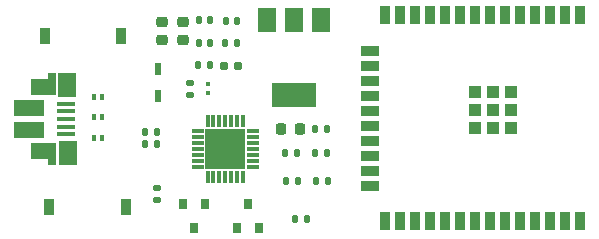
<source format=gbr>
%TF.GenerationSoftware,KiCad,Pcbnew,7.0.8*%
%TF.CreationDate,2023-12-18T21:49:31+05:30*%
%TF.ProjectId,ESP WROOM 32-Devkit V4,45535020-5752-44f4-9f4d-2033322d4465,rev?*%
%TF.SameCoordinates,Original*%
%TF.FileFunction,Paste,Top*%
%TF.FilePolarity,Positive*%
%FSLAX46Y46*%
G04 Gerber Fmt 4.6, Leading zero omitted, Abs format (unit mm)*
G04 Created by KiCad (PCBNEW 7.0.8) date 2023-12-18 21:49:31*
%MOMM*%
%LPD*%
G01*
G04 APERTURE LIST*
G04 Aperture macros list*
%AMRoundRect*
0 Rectangle with rounded corners*
0 $1 Rounding radius*
0 $2 $3 $4 $5 $6 $7 $8 $9 X,Y pos of 4 corners*
0 Add a 4 corners polygon primitive as box body*
4,1,4,$2,$3,$4,$5,$6,$7,$8,$9,$2,$3,0*
0 Add four circle primitives for the rounded corners*
1,1,$1+$1,$2,$3*
1,1,$1+$1,$4,$5*
1,1,$1+$1,$6,$7*
1,1,$1+$1,$8,$9*
0 Add four rect primitives between the rounded corners*
20,1,$1+$1,$2,$3,$4,$5,0*
20,1,$1+$1,$4,$5,$6,$7,0*
20,1,$1+$1,$6,$7,$8,$9,0*
20,1,$1+$1,$8,$9,$2,$3,0*%
G04 Aperture macros list end*
%ADD10RoundRect,0.135000X-0.135000X-0.185000X0.135000X-0.185000X0.135000X0.185000X-0.135000X0.185000X0*%
%ADD11RoundRect,0.140000X-0.140000X-0.170000X0.140000X-0.170000X0.140000X0.170000X-0.140000X0.170000X0*%
%ADD12RoundRect,0.135000X0.185000X-0.135000X0.185000X0.135000X-0.185000X0.135000X-0.185000X-0.135000X0*%
%ADD13R,0.900000X1.400000*%
%ADD14R,1.500000X2.000000*%
%ADD15R,3.800000X2.000000*%
%ADD16RoundRect,0.135000X0.135000X0.185000X-0.135000X0.185000X-0.135000X-0.185000X0.135000X-0.185000X0*%
%ADD17RoundRect,0.155000X-0.212500X-0.155000X0.212500X-0.155000X0.212500X0.155000X-0.212500X0.155000X0*%
%ADD18RoundRect,0.225000X0.250000X-0.225000X0.250000X0.225000X-0.250000X0.225000X-0.250000X-0.225000X0*%
%ADD19R,0.800000X0.900000*%
%ADD20R,0.350000X0.600000*%
%ADD21R,0.500000X1.075000*%
%ADD22RoundRect,0.225000X-0.250000X0.225000X-0.250000X-0.225000X0.250000X-0.225000X0.250000X0.225000X0*%
%ADD23R,0.900000X1.500000*%
%ADD24R,1.500000X0.900000*%
%ADD25R,1.050000X1.050000*%
%ADD26R,1.650000X0.400000*%
%ADD27R,0.700000X1.825000*%
%ADD28R,2.000000X1.350000*%
%ADD29R,2.500000X1.430000*%
%ADD30RoundRect,0.225000X0.225000X0.250000X-0.225000X0.250000X-0.225000X-0.250000X0.225000X-0.250000X0*%
%ADD31RoundRect,0.079500X0.100500X-0.079500X0.100500X0.079500X-0.100500X0.079500X-0.100500X-0.079500X0*%
%ADD32R,1.000000X0.300000*%
%ADD33R,0.300000X1.000000*%
%ADD34R,3.350000X3.350000*%
G04 APERTURE END LIST*
D10*
%TO.C,R2*%
X124760000Y-102220000D03*
X125780000Y-102220000D03*
%TD*%
D11*
%TO.C,C4*%
X114922000Y-94890800D03*
X115882000Y-94890800D03*
%TD*%
D12*
%TO.C,R1*%
X114150000Y-99300000D03*
X114150000Y-98280000D03*
%TD*%
D13*
%TO.C,S1*%
X101877500Y-94310000D03*
X108377500Y-94310000D03*
%TD*%
D14*
%TO.C,U4*%
X125272800Y-92964000D03*
X122972800Y-92964000D03*
D15*
X122972800Y-99264000D03*
D14*
X120672800Y-92964000D03*
%TD*%
D10*
%TO.C,R9*%
X122283200Y-106616800D03*
X123303200Y-106616800D03*
%TD*%
D16*
%TO.C,R7*%
X111370000Y-103470000D03*
X110350000Y-103470000D03*
%TD*%
D17*
%TO.C,C5*%
X117080000Y-96810000D03*
X118215000Y-96810000D03*
%TD*%
D18*
%TO.C,C2*%
X113610000Y-94675000D03*
X113610000Y-93125000D03*
%TD*%
D11*
%TO.C,C9*%
X114880400Y-96801600D03*
X115840400Y-96801600D03*
%TD*%
D19*
%TO.C,Q2*%
X118120000Y-110560000D03*
X120020000Y-110560000D03*
X119070000Y-108560000D03*
%TD*%
D20*
%TO.C,Z2*%
X106699600Y-102932600D03*
X106049600Y-102932600D03*
%TD*%
%TO.C,Z3*%
X106725000Y-99427400D03*
X106075000Y-99427400D03*
%TD*%
D21*
%TO.C,D3*%
X111502200Y-97068600D03*
X111502200Y-99392600D03*
%TD*%
D11*
%TO.C,C8*%
X117230800Y-93011200D03*
X118190800Y-93011200D03*
%TD*%
D10*
%TO.C,R3*%
X124760000Y-104210000D03*
X125780000Y-104210000D03*
%TD*%
D20*
%TO.C,Z1*%
X106710000Y-101180000D03*
X106060000Y-101180000D03*
%TD*%
D22*
%TO.C,C1*%
X111770000Y-93135000D03*
X111770000Y-94685000D03*
%TD*%
D10*
%TO.C,R8*%
X122253200Y-104206800D03*
X123273200Y-104206800D03*
%TD*%
D23*
%TO.C,U1*%
X147180000Y-92510000D03*
X145910000Y-92510000D03*
X144640000Y-92510000D03*
X143370000Y-92510000D03*
X142100000Y-92510000D03*
X140830000Y-92510000D03*
X139560000Y-92510000D03*
X138290000Y-92510000D03*
X137020000Y-92510000D03*
X135750000Y-92510000D03*
X134480000Y-92510000D03*
X133210000Y-92510000D03*
X131940000Y-92510000D03*
X130670000Y-92510000D03*
D24*
X129420000Y-95550000D03*
X129420000Y-96820000D03*
X129420000Y-98090000D03*
X129420000Y-99360000D03*
X129420000Y-100630000D03*
X129420000Y-101900000D03*
X129420000Y-103170000D03*
X129420000Y-104440000D03*
X129420000Y-105710000D03*
X129420000Y-106980000D03*
D23*
X130670000Y-110010000D03*
X131940000Y-110010000D03*
X133210000Y-110010000D03*
X134480000Y-110010000D03*
X135750000Y-110010000D03*
X137020000Y-110010000D03*
X138290000Y-110010000D03*
X139560000Y-110010000D03*
X140830000Y-110010000D03*
X142100000Y-110010000D03*
X143370000Y-110010000D03*
X144640000Y-110010000D03*
X145910000Y-110010000D03*
X147180000Y-110010000D03*
D25*
X141365000Y-99055000D03*
X139840000Y-99055000D03*
X138315000Y-99055000D03*
X141365000Y-100580000D03*
X139840000Y-100580000D03*
X138315000Y-100580000D03*
X141365000Y-102105000D03*
X139840000Y-102105000D03*
X138315000Y-102105000D03*
%TD*%
D11*
%TO.C,C3*%
X114922000Y-92920800D03*
X115882000Y-92920800D03*
%TD*%
D19*
%TO.C,Q1*%
X115490000Y-108525000D03*
X113590000Y-108525000D03*
X114540000Y-110525000D03*
%TD*%
D26*
%TO.C,J1*%
X103702500Y-100030000D03*
X103702500Y-100680000D03*
X103702500Y-101330000D03*
X103702500Y-101980000D03*
X103702500Y-102630000D03*
D27*
X102502500Y-98380000D03*
D14*
X103802500Y-98480000D03*
D28*
X101752500Y-98600000D03*
D29*
X100552500Y-100370000D03*
X100552500Y-102290000D03*
D28*
X101752500Y-104080000D03*
D14*
X103822500Y-104230000D03*
D27*
X102502500Y-104330000D03*
%TD*%
D13*
%TO.C,S2*%
X102220000Y-108750000D03*
X108720000Y-108750000D03*
%TD*%
D10*
%TO.C,R10*%
X124812800Y-106606400D03*
X125832800Y-106606400D03*
%TD*%
D12*
%TO.C,R4*%
X111360000Y-108220000D03*
X111360000Y-107200000D03*
%TD*%
D10*
%TO.C,R6*%
X110330000Y-102430000D03*
X111350000Y-102430000D03*
%TD*%
D30*
%TO.C,C7*%
X123458200Y-102176800D03*
X121908200Y-102176800D03*
%TD*%
D31*
%TO.C,D1*%
X115710000Y-99095000D03*
X115710000Y-98405000D03*
%TD*%
D10*
%TO.C,R5*%
X123061000Y-109778800D03*
X124081000Y-109778800D03*
%TD*%
D11*
%TO.C,C6*%
X117180000Y-94890000D03*
X118140000Y-94890000D03*
%TD*%
D32*
%TO.C,IC1*%
X114820000Y-102370000D03*
X114820000Y-102870000D03*
X114820000Y-103370000D03*
X114820000Y-103870000D03*
X114820000Y-104370000D03*
X114820000Y-104870000D03*
X114820000Y-105370000D03*
D33*
X115670000Y-106220000D03*
X116170000Y-106220000D03*
X116670000Y-106220000D03*
X117170000Y-106220000D03*
X117670000Y-106220000D03*
X118170000Y-106220000D03*
X118670000Y-106220000D03*
D32*
X119520000Y-105370000D03*
X119520000Y-104870000D03*
X119520000Y-104370000D03*
X119520000Y-103870000D03*
X119520000Y-103370000D03*
X119520000Y-102870000D03*
X119520000Y-102370000D03*
D33*
X118670000Y-101520000D03*
X118170000Y-101520000D03*
X117670000Y-101520000D03*
X117170000Y-101520000D03*
X116670000Y-101520000D03*
X116170000Y-101520000D03*
X115670000Y-101520000D03*
D34*
X117170000Y-103870000D03*
%TD*%
M02*

</source>
